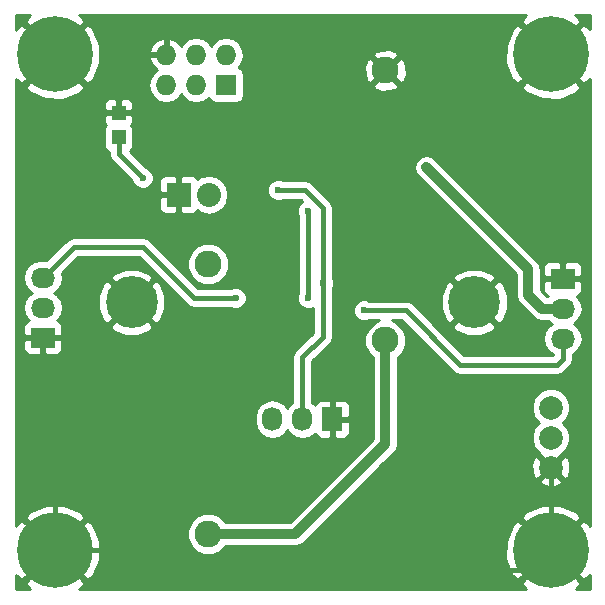
<source format=gbl>
%TF.GenerationSoftware,KiCad,Pcbnew,4.0.1-stable*%
%TF.CreationDate,2016-03-28T17:02:10+01:00*%
%TF.ProjectId,rc_power_sockets,72635F706F7765725F736F636B657473,rev?*%
%TF.FileFunction,Copper,L2,Bot,Signal*%
%FSLAX46Y46*%
G04 Gerber Fmt 4.6, Leading zero omitted, Abs format (unit mm)*
G04 Created by KiCad (PCBNEW 4.0.1-stable) date 28/03/2016 17:02:10*
%MOMM*%
G01*
G04 APERTURE LIST*
%ADD10C,0.100000*%
%ADD11C,2.286000*%
%ADD12C,6.400000*%
%ADD13R,1.727200X2.032000*%
%ADD14O,1.727200X2.032000*%
%ADD15R,2.032000X1.727200*%
%ADD16O,2.032000X1.727200*%
%ADD17C,1.998980*%
%ADD18R,1.727200X1.727200*%
%ADD19O,1.727200X1.727200*%
%ADD20R,1.198880X1.198880*%
%ADD21R,2.032000X2.032000*%
%ADD22O,2.032000X2.032000*%
%ADD23C,4.400000*%
%ADD24C,0.600000*%
%ADD25C,0.406000*%
%ADD26C,0.813000*%
%ADD27C,0.254000*%
G04 APERTURE END LIST*
D10*
D11*
X152000000Y-65380000D03*
X152000000Y-88240000D03*
X137000000Y-104620000D03*
X137000000Y-81760000D03*
D12*
X166000000Y-64000000D03*
D13*
X147500000Y-94900000D03*
D14*
X144960000Y-94900000D03*
X142420000Y-94900000D03*
D15*
X123000000Y-88000000D03*
D16*
X123000000Y-85460000D03*
X123000000Y-82920000D03*
D17*
X166000000Y-96460000D03*
X166000000Y-93920000D03*
X166000000Y-99000000D03*
D18*
X138500000Y-66600000D03*
D19*
X138500000Y-64060000D03*
X135960000Y-66600000D03*
X135960000Y-64060000D03*
X133420000Y-66600000D03*
X133420000Y-64060000D03*
D15*
X167000000Y-83000000D03*
D16*
X167000000Y-85540000D03*
X167000000Y-88080000D03*
D12*
X166000000Y-106000000D03*
X124000000Y-106000000D03*
X124000000Y-64000000D03*
D20*
X129400000Y-71049020D03*
X129400000Y-68950980D03*
D21*
X134500000Y-75900000D03*
D22*
X137040000Y-75900000D03*
D23*
X130500000Y-85000000D03*
X159500000Y-85000000D03*
D24*
X155800000Y-66200000D03*
X155800000Y-67400000D03*
X159600000Y-67400000D03*
X159600000Y-66200000D03*
X157000000Y-67400000D03*
X157000000Y-66200000D03*
X158400000Y-66200000D03*
X158400000Y-67400000D03*
X143013000Y-89589000D03*
X142886000Y-75492000D03*
X146696000Y-83366000D03*
X145426000Y-77270000D03*
X145426000Y-84636000D03*
X139330000Y-84636000D03*
X150200000Y-85700000D03*
X155459000Y-73587000D03*
X131456000Y-74476000D03*
D25*
X155800000Y-66200000D02*
X155800000Y-67400000D01*
X159600000Y-66200000D02*
X159600000Y-67400000D01*
X157000000Y-67400000D02*
X157000000Y-66200000D01*
X158400000Y-66200000D02*
X158400000Y-67400000D01*
X129476000Y-68872980D02*
X129500000Y-62500000D01*
X126800000Y-61200000D02*
X124000000Y-64000000D01*
X128200000Y-61200000D02*
X126800000Y-61200000D01*
X129500000Y-62500000D02*
X128200000Y-61200000D01*
X164620000Y-65380000D02*
X166000000Y-64000000D01*
X167000000Y-83000000D02*
X166900000Y-83000000D01*
X166000000Y-106000000D02*
X166000000Y-99000000D01*
X124000000Y-106000000D02*
X129300000Y-106000000D01*
X131000000Y-107700000D02*
X164300000Y-107700000D01*
X129300000Y-106000000D02*
X131000000Y-107700000D01*
X164300000Y-107700000D02*
X166000000Y-106000000D01*
X124000000Y-106000000D02*
X124000000Y-94000000D01*
X123000000Y-93000000D02*
X123000000Y-88000000D01*
X124000000Y-94000000D02*
X123000000Y-93000000D01*
X147500000Y-94900000D02*
X147500000Y-98800000D01*
X128700000Y-101300000D02*
X124000000Y-106000000D01*
X145000000Y-101300000D02*
X128700000Y-101300000D01*
X147500000Y-98800000D02*
X145000000Y-101300000D01*
X124060000Y-64060000D02*
X124000000Y-64000000D01*
X133420000Y-64060000D02*
X132940000Y-64060000D01*
X146696000Y-83366000D02*
X146696000Y-77016000D01*
X145172000Y-75492000D02*
X142886000Y-75492000D01*
X146696000Y-77016000D02*
X145172000Y-75492000D01*
X144960000Y-89674000D02*
X144960000Y-94900000D01*
X146696000Y-87938000D02*
X144960000Y-89674000D01*
X146696000Y-83366000D02*
X146696000Y-87938000D01*
X145426000Y-84636000D02*
X145426000Y-77270000D01*
X125602000Y-80318000D02*
X123000000Y-82920000D01*
X131456000Y-80318000D02*
X125602000Y-80318000D01*
X135774000Y-84636000D02*
X131456000Y-80318000D01*
X139330000Y-84636000D02*
X135774000Y-84636000D01*
X167000000Y-88080000D02*
X167000000Y-89800000D01*
X153700000Y-85700000D02*
X150200000Y-85700000D01*
X158300000Y-90300000D02*
X153700000Y-85700000D01*
X166500000Y-90300000D02*
X158300000Y-90300000D01*
X167000000Y-89800000D02*
X166500000Y-90300000D01*
X123000000Y-82920000D02*
X123580000Y-82920000D01*
X123080000Y-83000000D02*
X123000000Y-82920000D01*
D26*
X167000000Y-85540000D02*
X165253000Y-85540000D01*
X164095000Y-82223000D02*
X155459000Y-73587000D01*
X164095000Y-84382000D02*
X164095000Y-82223000D01*
X165253000Y-85540000D02*
X164095000Y-84382000D01*
D25*
X129424000Y-72444000D02*
X129400000Y-71049020D01*
X131456000Y-74476000D02*
X129424000Y-72444000D01*
D26*
X137000000Y-104620000D02*
X144380000Y-104620000D01*
X144380000Y-104620000D02*
X152000000Y-97000000D01*
X152000000Y-97000000D02*
X152000000Y-88240000D01*
D27*
G36*
X121849754Y-60734181D02*
X121805640Y-60763657D01*
X121438695Y-61259090D01*
X124000000Y-63820395D01*
X126561305Y-61259090D01*
X126194360Y-60763657D01*
X126067266Y-60710000D01*
X163909271Y-60710000D01*
X163849754Y-60734181D01*
X163805640Y-60763657D01*
X163438695Y-61259090D01*
X166000000Y-63820395D01*
X168561305Y-61259090D01*
X168194360Y-60763657D01*
X168067266Y-60710000D01*
X169290000Y-60710000D01*
X169290000Y-61909271D01*
X169265819Y-61849754D01*
X169236343Y-61805640D01*
X168740910Y-61438695D01*
X166179605Y-64000000D01*
X168740910Y-66561305D01*
X169236343Y-66194360D01*
X169290000Y-66067266D01*
X169290000Y-103909271D01*
X169265819Y-103849754D01*
X169236343Y-103805640D01*
X168740910Y-103438695D01*
X166179605Y-106000000D01*
X168740910Y-108561305D01*
X169236343Y-108194360D01*
X169290000Y-108067266D01*
X169290000Y-109290000D01*
X168090729Y-109290000D01*
X168150246Y-109265819D01*
X168194360Y-109236343D01*
X168561305Y-108740910D01*
X166000000Y-106179605D01*
X163438695Y-108740910D01*
X163805640Y-109236343D01*
X163932734Y-109290000D01*
X126090729Y-109290000D01*
X126150246Y-109265819D01*
X126194360Y-109236343D01*
X126561305Y-108740910D01*
X124000000Y-106179605D01*
X121438695Y-108740910D01*
X121805640Y-109236343D01*
X121932734Y-109290000D01*
X120710000Y-109290000D01*
X120710000Y-108090729D01*
X120734181Y-108150246D01*
X120763657Y-108194360D01*
X121259090Y-108561305D01*
X123820395Y-106000000D01*
X124179605Y-106000000D01*
X126740910Y-108561305D01*
X127236343Y-108194360D01*
X127829736Y-106788829D01*
X127830089Y-106736793D01*
X162159913Y-106736793D01*
X162734181Y-108150246D01*
X162763657Y-108194360D01*
X163259090Y-108561305D01*
X165820395Y-106000000D01*
X163259090Y-103438695D01*
X162763657Y-103805640D01*
X162170264Y-105211171D01*
X162159913Y-106736793D01*
X127830089Y-106736793D01*
X127840087Y-105263207D01*
X127721820Y-104972114D01*
X135221692Y-104972114D01*
X135491806Y-105625840D01*
X135991529Y-106126436D01*
X136644782Y-106397691D01*
X137352114Y-106398308D01*
X138005840Y-106128194D01*
X138473349Y-105661500D01*
X144380000Y-105661500D01*
X144778565Y-105582221D01*
X145116452Y-105356452D01*
X147213813Y-103259090D01*
X163438695Y-103259090D01*
X166000000Y-105820395D01*
X168561305Y-103259090D01*
X168194360Y-102763657D01*
X166788829Y-102170264D01*
X165263207Y-102159913D01*
X163849754Y-102734181D01*
X163805640Y-102763657D01*
X163438695Y-103259090D01*
X147213813Y-103259090D01*
X150320740Y-100152163D01*
X165027443Y-100152163D01*
X165126042Y-100418965D01*
X165735582Y-100645401D01*
X166385377Y-100621341D01*
X166873958Y-100418965D01*
X166972557Y-100152163D01*
X166000000Y-99179605D01*
X165027443Y-100152163D01*
X150320740Y-100152163D01*
X151737321Y-98735582D01*
X164354599Y-98735582D01*
X164378659Y-99385377D01*
X164581035Y-99873958D01*
X164847837Y-99972557D01*
X165820395Y-99000000D01*
X166179605Y-99000000D01*
X167152163Y-99972557D01*
X167418965Y-99873958D01*
X167645401Y-99264418D01*
X167621341Y-98614623D01*
X167418965Y-98126042D01*
X167152163Y-98027443D01*
X166179605Y-99000000D01*
X165820395Y-99000000D01*
X164847837Y-98027443D01*
X164581035Y-98126042D01*
X164354599Y-98735582D01*
X151737321Y-98735582D01*
X152736449Y-97736454D01*
X152736452Y-97736452D01*
X152962221Y-97398565D01*
X153041500Y-97000000D01*
X153041500Y-94243694D01*
X164365226Y-94243694D01*
X164613538Y-94844655D01*
X164958480Y-95190199D01*
X164615154Y-95532927D01*
X164365794Y-96133453D01*
X164365226Y-96783694D01*
X164613538Y-97384655D01*
X165040539Y-97812401D01*
X165027443Y-97847837D01*
X166000000Y-98820395D01*
X166972557Y-97847837D01*
X166959276Y-97811901D01*
X167384846Y-97387073D01*
X167634206Y-96786547D01*
X167634774Y-96136306D01*
X167386462Y-95535345D01*
X167041520Y-95189801D01*
X167384846Y-94847073D01*
X167634206Y-94246547D01*
X167634774Y-93596306D01*
X167386462Y-92995345D01*
X166927073Y-92535154D01*
X166326547Y-92285794D01*
X165676306Y-92285226D01*
X165075345Y-92533538D01*
X164615154Y-92992927D01*
X164365794Y-93593453D01*
X164365226Y-94243694D01*
X153041500Y-94243694D01*
X153041500Y-89712596D01*
X153506436Y-89248471D01*
X153777691Y-88595218D01*
X153778308Y-87887886D01*
X153508194Y-87234160D01*
X153008471Y-86733564D01*
X152537502Y-86538000D01*
X153352890Y-86538000D01*
X157707444Y-90892555D01*
X157979311Y-91074211D01*
X158300000Y-91138000D01*
X166500000Y-91138000D01*
X166820689Y-91074211D01*
X167092555Y-90892555D01*
X167592556Y-90392555D01*
X167701450Y-90229583D01*
X167774211Y-90120689D01*
X167838000Y-89800000D01*
X167838000Y-89411228D01*
X168244415Y-89139670D01*
X168569271Y-88653489D01*
X168683345Y-88080000D01*
X168569271Y-87506511D01*
X168244415Y-87020330D01*
X167929634Y-86810000D01*
X168244415Y-86599670D01*
X168569271Y-86113489D01*
X168683345Y-85540000D01*
X168569271Y-84966511D01*
X168244415Y-84480330D01*
X168222220Y-84465500D01*
X168375699Y-84401927D01*
X168554327Y-84223298D01*
X168651000Y-83989909D01*
X168651000Y-83285750D01*
X168492250Y-83127000D01*
X167127000Y-83127000D01*
X167127000Y-83147000D01*
X166873000Y-83147000D01*
X166873000Y-83127000D01*
X165507750Y-83127000D01*
X165349000Y-83285750D01*
X165349000Y-83989909D01*
X165445673Y-84223298D01*
X165624301Y-84401927D01*
X165777780Y-84465500D01*
X165755585Y-84480330D01*
X165743444Y-84498500D01*
X165684403Y-84498500D01*
X165136500Y-83950596D01*
X165136500Y-82223000D01*
X165094151Y-82010091D01*
X165349000Y-82010091D01*
X165349000Y-82714250D01*
X165507750Y-82873000D01*
X166873000Y-82873000D01*
X166873000Y-81660150D01*
X167127000Y-81660150D01*
X167127000Y-82873000D01*
X168492250Y-82873000D01*
X168651000Y-82714250D01*
X168651000Y-82010091D01*
X168554327Y-81776702D01*
X168375699Y-81598073D01*
X168142310Y-81501400D01*
X167285750Y-81501400D01*
X167127000Y-81660150D01*
X166873000Y-81660150D01*
X166714250Y-81501400D01*
X165857690Y-81501400D01*
X165624301Y-81598073D01*
X165445673Y-81776702D01*
X165349000Y-82010091D01*
X165094151Y-82010091D01*
X165057221Y-81824435D01*
X164831452Y-81486548D01*
X164831449Y-81486546D01*
X156195452Y-72850548D01*
X155857565Y-72624779D01*
X155459000Y-72545500D01*
X155060435Y-72624779D01*
X154722548Y-72850548D01*
X154496779Y-73188435D01*
X154417500Y-73587000D01*
X154496779Y-73985565D01*
X154722548Y-74323452D01*
X163053500Y-82654403D01*
X163053500Y-84382000D01*
X163132779Y-84780565D01*
X163358548Y-85118452D01*
X164516546Y-86276449D01*
X164516548Y-86276452D01*
X164854435Y-86502221D01*
X165253000Y-86581500D01*
X165743444Y-86581500D01*
X165755585Y-86599670D01*
X166070366Y-86810000D01*
X165755585Y-87020330D01*
X165430729Y-87506511D01*
X165316655Y-88080000D01*
X165430729Y-88653489D01*
X165755585Y-89139670D01*
X166162000Y-89411228D01*
X166162000Y-89452889D01*
X166152890Y-89462000D01*
X158647111Y-89462000D01*
X156204493Y-87019382D01*
X157660223Y-87019382D01*
X157905368Y-87410888D01*
X158949360Y-87837609D01*
X160077181Y-87832330D01*
X161094632Y-87410888D01*
X161339777Y-87019382D01*
X159500000Y-85179605D01*
X157660223Y-87019382D01*
X156204493Y-87019382D01*
X154292555Y-85107445D01*
X154020689Y-84925789D01*
X153700000Y-84862000D01*
X150620010Y-84862000D01*
X150386799Y-84765162D01*
X150014833Y-84764838D01*
X149671057Y-84906883D01*
X149407808Y-85169673D01*
X149265162Y-85513201D01*
X149264838Y-85885167D01*
X149406883Y-86228943D01*
X149669673Y-86492192D01*
X150013201Y-86634838D01*
X150385167Y-86635162D01*
X150620318Y-86538000D01*
X151463206Y-86538000D01*
X150994160Y-86731806D01*
X150493564Y-87231529D01*
X150222309Y-87884782D01*
X150221692Y-88592114D01*
X150491806Y-89245840D01*
X150958500Y-89713349D01*
X150958500Y-96568597D01*
X143948596Y-103578500D01*
X138472596Y-103578500D01*
X138008471Y-103113564D01*
X137355218Y-102842309D01*
X136647886Y-102841692D01*
X135994160Y-103111806D01*
X135493564Y-103611529D01*
X135222309Y-104264782D01*
X135221692Y-104972114D01*
X127721820Y-104972114D01*
X127265819Y-103849754D01*
X127236343Y-103805640D01*
X126740910Y-103438695D01*
X124179605Y-106000000D01*
X123820395Y-106000000D01*
X121259090Y-103438695D01*
X120763657Y-103805640D01*
X120710000Y-103932734D01*
X120710000Y-103259090D01*
X121438695Y-103259090D01*
X124000000Y-105820395D01*
X126561305Y-103259090D01*
X126194360Y-102763657D01*
X124788829Y-102170264D01*
X123263207Y-102159913D01*
X121849754Y-102734181D01*
X121805640Y-102763657D01*
X121438695Y-103259090D01*
X120710000Y-103259090D01*
X120710000Y-94715255D01*
X140921400Y-94715255D01*
X140921400Y-95084745D01*
X141035474Y-95658234D01*
X141360330Y-96144415D01*
X141846511Y-96469271D01*
X142420000Y-96583345D01*
X142993489Y-96469271D01*
X143479670Y-96144415D01*
X143690000Y-95829634D01*
X143900330Y-96144415D01*
X144386511Y-96469271D01*
X144960000Y-96583345D01*
X145533489Y-96469271D01*
X146019670Y-96144415D01*
X146034500Y-96122220D01*
X146098073Y-96275699D01*
X146276702Y-96454327D01*
X146510091Y-96551000D01*
X147214250Y-96551000D01*
X147373000Y-96392250D01*
X147373000Y-95027000D01*
X147627000Y-95027000D01*
X147627000Y-96392250D01*
X147785750Y-96551000D01*
X148489909Y-96551000D01*
X148723298Y-96454327D01*
X148901927Y-96275699D01*
X148998600Y-96042310D01*
X148998600Y-95185750D01*
X148839850Y-95027000D01*
X147627000Y-95027000D01*
X147373000Y-95027000D01*
X147353000Y-95027000D01*
X147353000Y-94773000D01*
X147373000Y-94773000D01*
X147373000Y-93407750D01*
X147627000Y-93407750D01*
X147627000Y-94773000D01*
X148839850Y-94773000D01*
X148998600Y-94614250D01*
X148998600Y-93757690D01*
X148901927Y-93524301D01*
X148723298Y-93345673D01*
X148489909Y-93249000D01*
X147785750Y-93249000D01*
X147627000Y-93407750D01*
X147373000Y-93407750D01*
X147214250Y-93249000D01*
X146510091Y-93249000D01*
X146276702Y-93345673D01*
X146098073Y-93524301D01*
X146034500Y-93677780D01*
X146019670Y-93655585D01*
X145798000Y-93507470D01*
X145798000Y-90021110D01*
X147288556Y-88530555D01*
X147452129Y-88285750D01*
X147470211Y-88258689D01*
X147534000Y-87938000D01*
X147534000Y-84449360D01*
X156662391Y-84449360D01*
X156667670Y-85577181D01*
X157089112Y-86594632D01*
X157480618Y-86839777D01*
X159320395Y-85000000D01*
X159679605Y-85000000D01*
X161519382Y-86839777D01*
X161910888Y-86594632D01*
X162337609Y-85550640D01*
X162332330Y-84422819D01*
X161910888Y-83405368D01*
X161519382Y-83160223D01*
X159679605Y-85000000D01*
X159320395Y-85000000D01*
X157480618Y-83160223D01*
X157089112Y-83405368D01*
X156662391Y-84449360D01*
X147534000Y-84449360D01*
X147534000Y-83786010D01*
X147630838Y-83552799D01*
X147631162Y-83180833D01*
X147548436Y-82980618D01*
X157660223Y-82980618D01*
X159500000Y-84820395D01*
X161339777Y-82980618D01*
X161094632Y-82589112D01*
X160050640Y-82162391D01*
X158922819Y-82167670D01*
X157905368Y-82589112D01*
X157660223Y-82980618D01*
X147548436Y-82980618D01*
X147534000Y-82945682D01*
X147534000Y-77016000D01*
X147470211Y-76695311D01*
X147336894Y-76495789D01*
X147288555Y-76423444D01*
X145764555Y-74899445D01*
X145492689Y-74717789D01*
X145172000Y-74654000D01*
X143306010Y-74654000D01*
X143072799Y-74557162D01*
X142700833Y-74556838D01*
X142357057Y-74698883D01*
X142093808Y-74961673D01*
X141951162Y-75305201D01*
X141950838Y-75677167D01*
X142092883Y-76020943D01*
X142355673Y-76284192D01*
X142699201Y-76426838D01*
X143071167Y-76427162D01*
X143306318Y-76330000D01*
X144824890Y-76330000D01*
X144949927Y-76455038D01*
X144897057Y-76476883D01*
X144633808Y-76739673D01*
X144491162Y-77083201D01*
X144490838Y-77455167D01*
X144588000Y-77690318D01*
X144588000Y-84215990D01*
X144491162Y-84449201D01*
X144490838Y-84821167D01*
X144632883Y-85164943D01*
X144895673Y-85428192D01*
X145239201Y-85570838D01*
X145611167Y-85571162D01*
X145858000Y-85469173D01*
X145858000Y-87590889D01*
X144367445Y-89081445D01*
X144185789Y-89353311D01*
X144122000Y-89674000D01*
X144122000Y-93507470D01*
X143900330Y-93655585D01*
X143690000Y-93970366D01*
X143479670Y-93655585D01*
X142993489Y-93330729D01*
X142420000Y-93216655D01*
X141846511Y-93330729D01*
X141360330Y-93655585D01*
X141035474Y-94141766D01*
X140921400Y-94715255D01*
X120710000Y-94715255D01*
X120710000Y-88285750D01*
X121349000Y-88285750D01*
X121349000Y-88989909D01*
X121445673Y-89223298D01*
X121624301Y-89401927D01*
X121857690Y-89498600D01*
X122714250Y-89498600D01*
X122873000Y-89339850D01*
X122873000Y-88127000D01*
X123127000Y-88127000D01*
X123127000Y-89339850D01*
X123285750Y-89498600D01*
X124142310Y-89498600D01*
X124375699Y-89401927D01*
X124554327Y-89223298D01*
X124651000Y-88989909D01*
X124651000Y-88285750D01*
X124492250Y-88127000D01*
X123127000Y-88127000D01*
X122873000Y-88127000D01*
X121507750Y-88127000D01*
X121349000Y-88285750D01*
X120710000Y-88285750D01*
X120710000Y-82920000D01*
X121316655Y-82920000D01*
X121430729Y-83493489D01*
X121755585Y-83979670D01*
X122070366Y-84190000D01*
X121755585Y-84400330D01*
X121430729Y-84886511D01*
X121316655Y-85460000D01*
X121430729Y-86033489D01*
X121755585Y-86519670D01*
X121777780Y-86534500D01*
X121624301Y-86598073D01*
X121445673Y-86776702D01*
X121349000Y-87010091D01*
X121349000Y-87714250D01*
X121507750Y-87873000D01*
X122873000Y-87873000D01*
X122873000Y-87853000D01*
X123127000Y-87853000D01*
X123127000Y-87873000D01*
X124492250Y-87873000D01*
X124651000Y-87714250D01*
X124651000Y-87019382D01*
X128660223Y-87019382D01*
X128905368Y-87410888D01*
X129949360Y-87837609D01*
X131077181Y-87832330D01*
X132094632Y-87410888D01*
X132339777Y-87019382D01*
X130500000Y-85179605D01*
X128660223Y-87019382D01*
X124651000Y-87019382D01*
X124651000Y-87010091D01*
X124554327Y-86776702D01*
X124375699Y-86598073D01*
X124222220Y-86534500D01*
X124244415Y-86519670D01*
X124569271Y-86033489D01*
X124683345Y-85460000D01*
X124569271Y-84886511D01*
X124277176Y-84449360D01*
X127662391Y-84449360D01*
X127667670Y-85577181D01*
X128089112Y-86594632D01*
X128480618Y-86839777D01*
X130320395Y-85000000D01*
X130679605Y-85000000D01*
X132519382Y-86839777D01*
X132910888Y-86594632D01*
X133337609Y-85550640D01*
X133332330Y-84422819D01*
X132910888Y-83405368D01*
X132519382Y-83160223D01*
X130679605Y-85000000D01*
X130320395Y-85000000D01*
X128480618Y-83160223D01*
X128089112Y-83405368D01*
X127662391Y-84449360D01*
X124277176Y-84449360D01*
X124244415Y-84400330D01*
X123929634Y-84190000D01*
X124244415Y-83979670D01*
X124569271Y-83493489D01*
X124671287Y-82980618D01*
X128660223Y-82980618D01*
X130500000Y-84820395D01*
X132339777Y-82980618D01*
X132094632Y-82589112D01*
X131050640Y-82162391D01*
X129922819Y-82167670D01*
X128905368Y-82589112D01*
X128660223Y-82980618D01*
X124671287Y-82980618D01*
X124683345Y-82920000D01*
X124600683Y-82504428D01*
X125949111Y-81156000D01*
X131108890Y-81156000D01*
X135181444Y-85228555D01*
X135453311Y-85410211D01*
X135774000Y-85474000D01*
X138909990Y-85474000D01*
X139143201Y-85570838D01*
X139515167Y-85571162D01*
X139858943Y-85429117D01*
X140122192Y-85166327D01*
X140264838Y-84822799D01*
X140265162Y-84450833D01*
X140123117Y-84107057D01*
X139860327Y-83843808D01*
X139516799Y-83701162D01*
X139144833Y-83700838D01*
X138909682Y-83798000D01*
X136121111Y-83798000D01*
X134435225Y-82112114D01*
X135221692Y-82112114D01*
X135491806Y-82765840D01*
X135991529Y-83266436D01*
X136644782Y-83537691D01*
X137352114Y-83538308D01*
X138005840Y-83268194D01*
X138506436Y-82768471D01*
X138777691Y-82115218D01*
X138778308Y-81407886D01*
X138508194Y-80754160D01*
X138008471Y-80253564D01*
X137355218Y-79982309D01*
X136647886Y-79981692D01*
X135994160Y-80251806D01*
X135493564Y-80751529D01*
X135222309Y-81404782D01*
X135221692Y-82112114D01*
X134435225Y-82112114D01*
X132048555Y-79725445D01*
X132048554Y-79725444D01*
X131776689Y-79543789D01*
X131456000Y-79480000D01*
X125602000Y-79480000D01*
X125281311Y-79543789D01*
X125172417Y-79616550D01*
X125009445Y-79725444D01*
X123292130Y-81442760D01*
X123184745Y-81421400D01*
X122815255Y-81421400D01*
X122241766Y-81535474D01*
X121755585Y-81860330D01*
X121430729Y-82346511D01*
X121316655Y-82920000D01*
X120710000Y-82920000D01*
X120710000Y-76185750D01*
X132849000Y-76185750D01*
X132849000Y-77042309D01*
X132945673Y-77275698D01*
X133124301Y-77454327D01*
X133357690Y-77551000D01*
X134214250Y-77551000D01*
X134373000Y-77392250D01*
X134373000Y-76027000D01*
X133007750Y-76027000D01*
X132849000Y-76185750D01*
X120710000Y-76185750D01*
X120710000Y-70449580D01*
X128153120Y-70449580D01*
X128153120Y-71648460D01*
X128197398Y-71883777D01*
X128336470Y-72099901D01*
X128548670Y-72244891D01*
X128582569Y-72251756D01*
X128586124Y-72458415D01*
X128619280Y-72611307D01*
X128649789Y-72764688D01*
X128653865Y-72770788D01*
X128655420Y-72777959D01*
X128744544Y-72906498D01*
X128831445Y-73036555D01*
X130566453Y-74771564D01*
X130662883Y-75004943D01*
X130925673Y-75268192D01*
X131269201Y-75410838D01*
X131641167Y-75411162D01*
X131984943Y-75269117D01*
X132248192Y-75006327D01*
X132351435Y-74757691D01*
X132849000Y-74757691D01*
X132849000Y-75614250D01*
X133007750Y-75773000D01*
X134373000Y-75773000D01*
X134373000Y-74407750D01*
X134627000Y-74407750D01*
X134627000Y-75773000D01*
X134647000Y-75773000D01*
X134647000Y-76027000D01*
X134627000Y-76027000D01*
X134627000Y-77392250D01*
X134785750Y-77551000D01*
X135642310Y-77551000D01*
X135875699Y-77454327D01*
X136054327Y-77275698D01*
X136071999Y-77233034D01*
X136408190Y-77457670D01*
X137040000Y-77583345D01*
X137671810Y-77457670D01*
X138207433Y-77099778D01*
X138565325Y-76564155D01*
X138691000Y-75932345D01*
X138691000Y-75867655D01*
X138565325Y-75235845D01*
X138207433Y-74700222D01*
X137671810Y-74342330D01*
X137040000Y-74216655D01*
X136408190Y-74342330D01*
X136071999Y-74566966D01*
X136054327Y-74524302D01*
X135875699Y-74345673D01*
X135642310Y-74249000D01*
X134785750Y-74249000D01*
X134627000Y-74407750D01*
X134373000Y-74407750D01*
X134214250Y-74249000D01*
X133357690Y-74249000D01*
X133124301Y-74345673D01*
X132945673Y-74524302D01*
X132849000Y-74757691D01*
X132351435Y-74757691D01*
X132390838Y-74662799D01*
X132391162Y-74290833D01*
X132249117Y-73947057D01*
X131986327Y-73683808D01*
X131751346Y-73586235D01*
X130345482Y-72180372D01*
X130450881Y-72112550D01*
X130595871Y-71900350D01*
X130646880Y-71648460D01*
X130646880Y-70449580D01*
X130602602Y-70214263D01*
X130463530Y-69998139D01*
X130455341Y-69992544D01*
X130537767Y-69910118D01*
X130634440Y-69676729D01*
X130634440Y-69236730D01*
X130475690Y-69077980D01*
X129527000Y-69077980D01*
X129527000Y-69097980D01*
X129273000Y-69097980D01*
X129273000Y-69077980D01*
X128324310Y-69077980D01*
X128165560Y-69236730D01*
X128165560Y-69676729D01*
X128262233Y-69910118D01*
X128344445Y-69992331D01*
X128204129Y-70197690D01*
X128153120Y-70449580D01*
X120710000Y-70449580D01*
X120710000Y-68225231D01*
X128165560Y-68225231D01*
X128165560Y-68665230D01*
X128324310Y-68823980D01*
X129273000Y-68823980D01*
X129273000Y-67875290D01*
X129527000Y-67875290D01*
X129527000Y-68823980D01*
X130475690Y-68823980D01*
X130634440Y-68665230D01*
X130634440Y-68225231D01*
X130537767Y-67991842D01*
X130359139Y-67813213D01*
X130125750Y-67716540D01*
X129685750Y-67716540D01*
X129527000Y-67875290D01*
X129273000Y-67875290D01*
X129114250Y-67716540D01*
X128674250Y-67716540D01*
X128440861Y-67813213D01*
X128262233Y-67991842D01*
X128165560Y-68225231D01*
X120710000Y-68225231D01*
X120710000Y-66740910D01*
X121438695Y-66740910D01*
X121805640Y-67236343D01*
X123211171Y-67829736D01*
X124736793Y-67840087D01*
X126150246Y-67265819D01*
X126194360Y-67236343D01*
X126561305Y-66740910D01*
X126391036Y-66570641D01*
X131921400Y-66570641D01*
X131921400Y-66629359D01*
X132035474Y-67202848D01*
X132360330Y-67689029D01*
X132846511Y-68013885D01*
X133420000Y-68127959D01*
X133993489Y-68013885D01*
X134479670Y-67689029D01*
X134690000Y-67374248D01*
X134900330Y-67689029D01*
X135386511Y-68013885D01*
X135960000Y-68127959D01*
X136533489Y-68013885D01*
X137019670Y-67689029D01*
X137028805Y-67675358D01*
X137033238Y-67698917D01*
X137172310Y-67915041D01*
X137384510Y-68060031D01*
X137636400Y-68111040D01*
X139363600Y-68111040D01*
X139598917Y-68066762D01*
X139815041Y-67927690D01*
X139960031Y-67715490D01*
X140011040Y-67463600D01*
X140011040Y-66635963D01*
X150923642Y-66635963D01*
X151039806Y-66917658D01*
X151701333Y-67168062D01*
X152408329Y-67146249D01*
X152960194Y-66917658D01*
X153033080Y-66740910D01*
X163438695Y-66740910D01*
X163805640Y-67236343D01*
X165211171Y-67829736D01*
X166736793Y-67840087D01*
X168150246Y-67265819D01*
X168194360Y-67236343D01*
X168561305Y-66740910D01*
X166000000Y-64179605D01*
X163438695Y-66740910D01*
X153033080Y-66740910D01*
X153076358Y-66635963D01*
X152000000Y-65559605D01*
X150923642Y-66635963D01*
X140011040Y-66635963D01*
X140011040Y-65736400D01*
X139966762Y-65501083D01*
X139827690Y-65284959D01*
X139615490Y-65139969D01*
X139571655Y-65131092D01*
X139604902Y-65081333D01*
X150211938Y-65081333D01*
X150233751Y-65788329D01*
X150462342Y-66340194D01*
X150744037Y-66456358D01*
X151820395Y-65380000D01*
X152179605Y-65380000D01*
X153255963Y-66456358D01*
X153537658Y-66340194D01*
X153788062Y-65678667D01*
X153766249Y-64971671D01*
X153668959Y-64736793D01*
X162159913Y-64736793D01*
X162734181Y-66150246D01*
X162763657Y-66194360D01*
X163259090Y-66561305D01*
X165820395Y-64000000D01*
X163259090Y-61438695D01*
X162763657Y-61805640D01*
X162170264Y-63211171D01*
X162159913Y-64736793D01*
X153668959Y-64736793D01*
X153537658Y-64419806D01*
X153255963Y-64303642D01*
X152179605Y-65380000D01*
X151820395Y-65380000D01*
X150744037Y-64303642D01*
X150462342Y-64419806D01*
X150211938Y-65081333D01*
X139604902Y-65081333D01*
X139884526Y-64662848D01*
X139991702Y-64124037D01*
X150923642Y-64124037D01*
X152000000Y-65200395D01*
X153076358Y-64124037D01*
X152960194Y-63842342D01*
X152298667Y-63591938D01*
X151591671Y-63613751D01*
X151039806Y-63842342D01*
X150923642Y-64124037D01*
X139991702Y-64124037D01*
X139998600Y-64089359D01*
X139998600Y-64030641D01*
X139884526Y-63457152D01*
X139559670Y-62970971D01*
X139073489Y-62646115D01*
X138500000Y-62532041D01*
X137926511Y-62646115D01*
X137440330Y-62970971D01*
X137230000Y-63285752D01*
X137019670Y-62970971D01*
X136533489Y-62646115D01*
X135960000Y-62532041D01*
X135386511Y-62646115D01*
X134900330Y-62970971D01*
X134684336Y-63294228D01*
X134626821Y-63171510D01*
X134194947Y-62777312D01*
X133779026Y-62605042D01*
X133547000Y-62726183D01*
X133547000Y-63933000D01*
X133567000Y-63933000D01*
X133567000Y-64187000D01*
X133547000Y-64187000D01*
X133547000Y-64207000D01*
X133293000Y-64207000D01*
X133293000Y-64187000D01*
X132085531Y-64187000D01*
X131965032Y-64419027D01*
X132213179Y-64948490D01*
X132631161Y-65330008D01*
X132360330Y-65510971D01*
X132035474Y-65997152D01*
X131921400Y-66570641D01*
X126391036Y-66570641D01*
X124000000Y-64179605D01*
X121438695Y-66740910D01*
X120710000Y-66740910D01*
X120710000Y-66090729D01*
X120734181Y-66150246D01*
X120763657Y-66194360D01*
X121259090Y-66561305D01*
X123820395Y-64000000D01*
X124179605Y-64000000D01*
X126740910Y-66561305D01*
X127236343Y-66194360D01*
X127829736Y-64788829D01*
X127837116Y-63700973D01*
X131965032Y-63700973D01*
X132085531Y-63933000D01*
X133293000Y-63933000D01*
X133293000Y-62726183D01*
X133060974Y-62605042D01*
X132645053Y-62777312D01*
X132213179Y-63171510D01*
X131965032Y-63700973D01*
X127837116Y-63700973D01*
X127840087Y-63263207D01*
X127265819Y-61849754D01*
X127236343Y-61805640D01*
X126740910Y-61438695D01*
X124179605Y-64000000D01*
X123820395Y-64000000D01*
X121259090Y-61438695D01*
X120763657Y-61805640D01*
X120710000Y-61932734D01*
X120710000Y-60710000D01*
X121909271Y-60710000D01*
X121849754Y-60734181D01*
X121849754Y-60734181D01*
G37*
X121849754Y-60734181D02*
X121805640Y-60763657D01*
X121438695Y-61259090D01*
X124000000Y-63820395D01*
X126561305Y-61259090D01*
X126194360Y-60763657D01*
X126067266Y-60710000D01*
X163909271Y-60710000D01*
X163849754Y-60734181D01*
X163805640Y-60763657D01*
X163438695Y-61259090D01*
X166000000Y-63820395D01*
X168561305Y-61259090D01*
X168194360Y-60763657D01*
X168067266Y-60710000D01*
X169290000Y-60710000D01*
X169290000Y-61909271D01*
X169265819Y-61849754D01*
X169236343Y-61805640D01*
X168740910Y-61438695D01*
X166179605Y-64000000D01*
X168740910Y-66561305D01*
X169236343Y-66194360D01*
X169290000Y-66067266D01*
X169290000Y-103909271D01*
X169265819Y-103849754D01*
X169236343Y-103805640D01*
X168740910Y-103438695D01*
X166179605Y-106000000D01*
X168740910Y-108561305D01*
X169236343Y-108194360D01*
X169290000Y-108067266D01*
X169290000Y-109290000D01*
X168090729Y-109290000D01*
X168150246Y-109265819D01*
X168194360Y-109236343D01*
X168561305Y-108740910D01*
X166000000Y-106179605D01*
X163438695Y-108740910D01*
X163805640Y-109236343D01*
X163932734Y-109290000D01*
X126090729Y-109290000D01*
X126150246Y-109265819D01*
X126194360Y-109236343D01*
X126561305Y-108740910D01*
X124000000Y-106179605D01*
X121438695Y-108740910D01*
X121805640Y-109236343D01*
X121932734Y-109290000D01*
X120710000Y-109290000D01*
X120710000Y-108090729D01*
X120734181Y-108150246D01*
X120763657Y-108194360D01*
X121259090Y-108561305D01*
X123820395Y-106000000D01*
X124179605Y-106000000D01*
X126740910Y-108561305D01*
X127236343Y-108194360D01*
X127829736Y-106788829D01*
X127830089Y-106736793D01*
X162159913Y-106736793D01*
X162734181Y-108150246D01*
X162763657Y-108194360D01*
X163259090Y-108561305D01*
X165820395Y-106000000D01*
X163259090Y-103438695D01*
X162763657Y-103805640D01*
X162170264Y-105211171D01*
X162159913Y-106736793D01*
X127830089Y-106736793D01*
X127840087Y-105263207D01*
X127721820Y-104972114D01*
X135221692Y-104972114D01*
X135491806Y-105625840D01*
X135991529Y-106126436D01*
X136644782Y-106397691D01*
X137352114Y-106398308D01*
X138005840Y-106128194D01*
X138473349Y-105661500D01*
X144380000Y-105661500D01*
X144778565Y-105582221D01*
X145116452Y-105356452D01*
X147213813Y-103259090D01*
X163438695Y-103259090D01*
X166000000Y-105820395D01*
X168561305Y-103259090D01*
X168194360Y-102763657D01*
X166788829Y-102170264D01*
X165263207Y-102159913D01*
X163849754Y-102734181D01*
X163805640Y-102763657D01*
X163438695Y-103259090D01*
X147213813Y-103259090D01*
X150320740Y-100152163D01*
X165027443Y-100152163D01*
X165126042Y-100418965D01*
X165735582Y-100645401D01*
X166385377Y-100621341D01*
X166873958Y-100418965D01*
X166972557Y-100152163D01*
X166000000Y-99179605D01*
X165027443Y-100152163D01*
X150320740Y-100152163D01*
X151737321Y-98735582D01*
X164354599Y-98735582D01*
X164378659Y-99385377D01*
X164581035Y-99873958D01*
X164847837Y-99972557D01*
X165820395Y-99000000D01*
X166179605Y-99000000D01*
X167152163Y-99972557D01*
X167418965Y-99873958D01*
X167645401Y-99264418D01*
X167621341Y-98614623D01*
X167418965Y-98126042D01*
X167152163Y-98027443D01*
X166179605Y-99000000D01*
X165820395Y-99000000D01*
X164847837Y-98027443D01*
X164581035Y-98126042D01*
X164354599Y-98735582D01*
X151737321Y-98735582D01*
X152736449Y-97736454D01*
X152736452Y-97736452D01*
X152962221Y-97398565D01*
X153041500Y-97000000D01*
X153041500Y-94243694D01*
X164365226Y-94243694D01*
X164613538Y-94844655D01*
X164958480Y-95190199D01*
X164615154Y-95532927D01*
X164365794Y-96133453D01*
X164365226Y-96783694D01*
X164613538Y-97384655D01*
X165040539Y-97812401D01*
X165027443Y-97847837D01*
X166000000Y-98820395D01*
X166972557Y-97847837D01*
X166959276Y-97811901D01*
X167384846Y-97387073D01*
X167634206Y-96786547D01*
X167634774Y-96136306D01*
X167386462Y-95535345D01*
X167041520Y-95189801D01*
X167384846Y-94847073D01*
X167634206Y-94246547D01*
X167634774Y-93596306D01*
X167386462Y-92995345D01*
X166927073Y-92535154D01*
X166326547Y-92285794D01*
X165676306Y-92285226D01*
X165075345Y-92533538D01*
X164615154Y-92992927D01*
X164365794Y-93593453D01*
X164365226Y-94243694D01*
X153041500Y-94243694D01*
X153041500Y-89712596D01*
X153506436Y-89248471D01*
X153777691Y-88595218D01*
X153778308Y-87887886D01*
X153508194Y-87234160D01*
X153008471Y-86733564D01*
X152537502Y-86538000D01*
X153352890Y-86538000D01*
X157707444Y-90892555D01*
X157979311Y-91074211D01*
X158300000Y-91138000D01*
X166500000Y-91138000D01*
X166820689Y-91074211D01*
X167092555Y-90892555D01*
X167592556Y-90392555D01*
X167701450Y-90229583D01*
X167774211Y-90120689D01*
X167838000Y-89800000D01*
X167838000Y-89411228D01*
X168244415Y-89139670D01*
X168569271Y-88653489D01*
X168683345Y-88080000D01*
X168569271Y-87506511D01*
X168244415Y-87020330D01*
X167929634Y-86810000D01*
X168244415Y-86599670D01*
X168569271Y-86113489D01*
X168683345Y-85540000D01*
X168569271Y-84966511D01*
X168244415Y-84480330D01*
X168222220Y-84465500D01*
X168375699Y-84401927D01*
X168554327Y-84223298D01*
X168651000Y-83989909D01*
X168651000Y-83285750D01*
X168492250Y-83127000D01*
X167127000Y-83127000D01*
X167127000Y-83147000D01*
X166873000Y-83147000D01*
X166873000Y-83127000D01*
X165507750Y-83127000D01*
X165349000Y-83285750D01*
X165349000Y-83989909D01*
X165445673Y-84223298D01*
X165624301Y-84401927D01*
X165777780Y-84465500D01*
X165755585Y-84480330D01*
X165743444Y-84498500D01*
X165684403Y-84498500D01*
X165136500Y-83950596D01*
X165136500Y-82223000D01*
X165094151Y-82010091D01*
X165349000Y-82010091D01*
X165349000Y-82714250D01*
X165507750Y-82873000D01*
X166873000Y-82873000D01*
X166873000Y-81660150D01*
X167127000Y-81660150D01*
X167127000Y-82873000D01*
X168492250Y-82873000D01*
X168651000Y-82714250D01*
X168651000Y-82010091D01*
X168554327Y-81776702D01*
X168375699Y-81598073D01*
X168142310Y-81501400D01*
X167285750Y-81501400D01*
X167127000Y-81660150D01*
X166873000Y-81660150D01*
X166714250Y-81501400D01*
X165857690Y-81501400D01*
X165624301Y-81598073D01*
X165445673Y-81776702D01*
X165349000Y-82010091D01*
X165094151Y-82010091D01*
X165057221Y-81824435D01*
X164831452Y-81486548D01*
X164831449Y-81486546D01*
X156195452Y-72850548D01*
X155857565Y-72624779D01*
X155459000Y-72545500D01*
X155060435Y-72624779D01*
X154722548Y-72850548D01*
X154496779Y-73188435D01*
X154417500Y-73587000D01*
X154496779Y-73985565D01*
X154722548Y-74323452D01*
X163053500Y-82654403D01*
X163053500Y-84382000D01*
X163132779Y-84780565D01*
X163358548Y-85118452D01*
X164516546Y-86276449D01*
X164516548Y-86276452D01*
X164854435Y-86502221D01*
X165253000Y-86581500D01*
X165743444Y-86581500D01*
X165755585Y-86599670D01*
X166070366Y-86810000D01*
X165755585Y-87020330D01*
X165430729Y-87506511D01*
X165316655Y-88080000D01*
X165430729Y-88653489D01*
X165755585Y-89139670D01*
X166162000Y-89411228D01*
X166162000Y-89452889D01*
X166152890Y-89462000D01*
X158647111Y-89462000D01*
X156204493Y-87019382D01*
X157660223Y-87019382D01*
X157905368Y-87410888D01*
X158949360Y-87837609D01*
X160077181Y-87832330D01*
X161094632Y-87410888D01*
X161339777Y-87019382D01*
X159500000Y-85179605D01*
X157660223Y-87019382D01*
X156204493Y-87019382D01*
X154292555Y-85107445D01*
X154020689Y-84925789D01*
X153700000Y-84862000D01*
X150620010Y-84862000D01*
X150386799Y-84765162D01*
X150014833Y-84764838D01*
X149671057Y-84906883D01*
X149407808Y-85169673D01*
X149265162Y-85513201D01*
X149264838Y-85885167D01*
X149406883Y-86228943D01*
X149669673Y-86492192D01*
X150013201Y-86634838D01*
X150385167Y-86635162D01*
X150620318Y-86538000D01*
X151463206Y-86538000D01*
X150994160Y-86731806D01*
X150493564Y-87231529D01*
X150222309Y-87884782D01*
X150221692Y-88592114D01*
X150491806Y-89245840D01*
X150958500Y-89713349D01*
X150958500Y-96568597D01*
X143948596Y-103578500D01*
X138472596Y-103578500D01*
X138008471Y-103113564D01*
X137355218Y-102842309D01*
X136647886Y-102841692D01*
X135994160Y-103111806D01*
X135493564Y-103611529D01*
X135222309Y-104264782D01*
X135221692Y-104972114D01*
X127721820Y-104972114D01*
X127265819Y-103849754D01*
X127236343Y-103805640D01*
X126740910Y-103438695D01*
X124179605Y-106000000D01*
X123820395Y-106000000D01*
X121259090Y-103438695D01*
X120763657Y-103805640D01*
X120710000Y-103932734D01*
X120710000Y-103259090D01*
X121438695Y-103259090D01*
X124000000Y-105820395D01*
X126561305Y-103259090D01*
X126194360Y-102763657D01*
X124788829Y-102170264D01*
X123263207Y-102159913D01*
X121849754Y-102734181D01*
X121805640Y-102763657D01*
X121438695Y-103259090D01*
X120710000Y-103259090D01*
X120710000Y-94715255D01*
X140921400Y-94715255D01*
X140921400Y-95084745D01*
X141035474Y-95658234D01*
X141360330Y-96144415D01*
X141846511Y-96469271D01*
X142420000Y-96583345D01*
X142993489Y-96469271D01*
X143479670Y-96144415D01*
X143690000Y-95829634D01*
X143900330Y-96144415D01*
X144386511Y-96469271D01*
X144960000Y-96583345D01*
X145533489Y-96469271D01*
X146019670Y-96144415D01*
X146034500Y-96122220D01*
X146098073Y-96275699D01*
X146276702Y-96454327D01*
X146510091Y-96551000D01*
X147214250Y-96551000D01*
X147373000Y-96392250D01*
X147373000Y-95027000D01*
X147627000Y-95027000D01*
X147627000Y-96392250D01*
X147785750Y-96551000D01*
X148489909Y-96551000D01*
X148723298Y-96454327D01*
X148901927Y-96275699D01*
X148998600Y-96042310D01*
X148998600Y-95185750D01*
X148839850Y-95027000D01*
X147627000Y-95027000D01*
X147373000Y-95027000D01*
X147353000Y-95027000D01*
X147353000Y-94773000D01*
X147373000Y-94773000D01*
X147373000Y-93407750D01*
X147627000Y-93407750D01*
X147627000Y-94773000D01*
X148839850Y-94773000D01*
X148998600Y-94614250D01*
X148998600Y-93757690D01*
X148901927Y-93524301D01*
X148723298Y-93345673D01*
X148489909Y-93249000D01*
X147785750Y-93249000D01*
X147627000Y-93407750D01*
X147373000Y-93407750D01*
X147214250Y-93249000D01*
X146510091Y-93249000D01*
X146276702Y-93345673D01*
X146098073Y-93524301D01*
X146034500Y-93677780D01*
X146019670Y-93655585D01*
X145798000Y-93507470D01*
X145798000Y-90021110D01*
X147288556Y-88530555D01*
X147452129Y-88285750D01*
X147470211Y-88258689D01*
X147534000Y-87938000D01*
X147534000Y-84449360D01*
X156662391Y-84449360D01*
X156667670Y-85577181D01*
X157089112Y-86594632D01*
X157480618Y-86839777D01*
X159320395Y-85000000D01*
X159679605Y-85000000D01*
X161519382Y-86839777D01*
X161910888Y-86594632D01*
X162337609Y-85550640D01*
X162332330Y-84422819D01*
X161910888Y-83405368D01*
X161519382Y-83160223D01*
X159679605Y-85000000D01*
X159320395Y-85000000D01*
X157480618Y-83160223D01*
X157089112Y-83405368D01*
X156662391Y-84449360D01*
X147534000Y-84449360D01*
X147534000Y-83786010D01*
X147630838Y-83552799D01*
X147631162Y-83180833D01*
X147548436Y-82980618D01*
X157660223Y-82980618D01*
X159500000Y-84820395D01*
X161339777Y-82980618D01*
X161094632Y-82589112D01*
X160050640Y-82162391D01*
X158922819Y-82167670D01*
X157905368Y-82589112D01*
X157660223Y-82980618D01*
X147548436Y-82980618D01*
X147534000Y-82945682D01*
X147534000Y-77016000D01*
X147470211Y-76695311D01*
X147336894Y-76495789D01*
X147288555Y-76423444D01*
X145764555Y-74899445D01*
X145492689Y-74717789D01*
X145172000Y-74654000D01*
X143306010Y-74654000D01*
X143072799Y-74557162D01*
X142700833Y-74556838D01*
X142357057Y-74698883D01*
X142093808Y-74961673D01*
X141951162Y-75305201D01*
X141950838Y-75677167D01*
X142092883Y-76020943D01*
X142355673Y-76284192D01*
X142699201Y-76426838D01*
X143071167Y-76427162D01*
X143306318Y-76330000D01*
X144824890Y-76330000D01*
X144949927Y-76455038D01*
X144897057Y-76476883D01*
X144633808Y-76739673D01*
X144491162Y-77083201D01*
X144490838Y-77455167D01*
X144588000Y-77690318D01*
X144588000Y-84215990D01*
X144491162Y-84449201D01*
X144490838Y-84821167D01*
X144632883Y-85164943D01*
X144895673Y-85428192D01*
X145239201Y-85570838D01*
X145611167Y-85571162D01*
X145858000Y-85469173D01*
X145858000Y-87590889D01*
X144367445Y-89081445D01*
X144185789Y-89353311D01*
X144122000Y-89674000D01*
X144122000Y-93507470D01*
X143900330Y-93655585D01*
X143690000Y-93970366D01*
X143479670Y-93655585D01*
X142993489Y-93330729D01*
X142420000Y-93216655D01*
X141846511Y-93330729D01*
X141360330Y-93655585D01*
X141035474Y-94141766D01*
X140921400Y-94715255D01*
X120710000Y-94715255D01*
X120710000Y-88285750D01*
X121349000Y-88285750D01*
X121349000Y-88989909D01*
X121445673Y-89223298D01*
X121624301Y-89401927D01*
X121857690Y-89498600D01*
X122714250Y-89498600D01*
X122873000Y-89339850D01*
X122873000Y-88127000D01*
X123127000Y-88127000D01*
X123127000Y-89339850D01*
X123285750Y-89498600D01*
X124142310Y-89498600D01*
X124375699Y-89401927D01*
X124554327Y-89223298D01*
X124651000Y-88989909D01*
X124651000Y-88285750D01*
X124492250Y-88127000D01*
X123127000Y-88127000D01*
X122873000Y-88127000D01*
X121507750Y-88127000D01*
X121349000Y-88285750D01*
X120710000Y-88285750D01*
X120710000Y-82920000D01*
X121316655Y-82920000D01*
X121430729Y-83493489D01*
X121755585Y-83979670D01*
X122070366Y-84190000D01*
X121755585Y-84400330D01*
X121430729Y-84886511D01*
X121316655Y-85460000D01*
X121430729Y-86033489D01*
X121755585Y-86519670D01*
X121777780Y-86534500D01*
X121624301Y-86598073D01*
X121445673Y-86776702D01*
X121349000Y-87010091D01*
X121349000Y-87714250D01*
X121507750Y-87873000D01*
X122873000Y-87873000D01*
X122873000Y-87853000D01*
X123127000Y-87853000D01*
X123127000Y-87873000D01*
X124492250Y-87873000D01*
X124651000Y-87714250D01*
X124651000Y-87019382D01*
X128660223Y-87019382D01*
X128905368Y-87410888D01*
X129949360Y-87837609D01*
X131077181Y-87832330D01*
X132094632Y-87410888D01*
X132339777Y-87019382D01*
X130500000Y-85179605D01*
X128660223Y-87019382D01*
X124651000Y-87019382D01*
X124651000Y-87010091D01*
X124554327Y-86776702D01*
X124375699Y-86598073D01*
X124222220Y-86534500D01*
X124244415Y-86519670D01*
X124569271Y-86033489D01*
X124683345Y-85460000D01*
X124569271Y-84886511D01*
X124277176Y-84449360D01*
X127662391Y-84449360D01*
X127667670Y-85577181D01*
X128089112Y-86594632D01*
X128480618Y-86839777D01*
X130320395Y-85000000D01*
X130679605Y-85000000D01*
X132519382Y-86839777D01*
X132910888Y-86594632D01*
X133337609Y-85550640D01*
X133332330Y-84422819D01*
X132910888Y-83405368D01*
X132519382Y-83160223D01*
X130679605Y-85000000D01*
X130320395Y-85000000D01*
X128480618Y-83160223D01*
X128089112Y-83405368D01*
X127662391Y-84449360D01*
X124277176Y-84449360D01*
X124244415Y-84400330D01*
X123929634Y-84190000D01*
X124244415Y-83979670D01*
X124569271Y-83493489D01*
X124671287Y-82980618D01*
X128660223Y-82980618D01*
X130500000Y-84820395D01*
X132339777Y-82980618D01*
X132094632Y-82589112D01*
X131050640Y-82162391D01*
X129922819Y-82167670D01*
X128905368Y-82589112D01*
X128660223Y-82980618D01*
X124671287Y-82980618D01*
X124683345Y-82920000D01*
X124600683Y-82504428D01*
X125949111Y-81156000D01*
X131108890Y-81156000D01*
X135181444Y-85228555D01*
X135453311Y-85410211D01*
X135774000Y-85474000D01*
X138909990Y-85474000D01*
X139143201Y-85570838D01*
X139515167Y-85571162D01*
X139858943Y-85429117D01*
X140122192Y-85166327D01*
X140264838Y-84822799D01*
X140265162Y-84450833D01*
X140123117Y-84107057D01*
X139860327Y-83843808D01*
X139516799Y-83701162D01*
X139144833Y-83700838D01*
X138909682Y-83798000D01*
X136121111Y-83798000D01*
X134435225Y-82112114D01*
X135221692Y-82112114D01*
X135491806Y-82765840D01*
X135991529Y-83266436D01*
X136644782Y-83537691D01*
X137352114Y-83538308D01*
X138005840Y-83268194D01*
X138506436Y-82768471D01*
X138777691Y-82115218D01*
X138778308Y-81407886D01*
X138508194Y-80754160D01*
X138008471Y-80253564D01*
X137355218Y-79982309D01*
X136647886Y-79981692D01*
X135994160Y-80251806D01*
X135493564Y-80751529D01*
X135222309Y-81404782D01*
X135221692Y-82112114D01*
X134435225Y-82112114D01*
X132048555Y-79725445D01*
X132048554Y-79725444D01*
X131776689Y-79543789D01*
X131456000Y-79480000D01*
X125602000Y-79480000D01*
X125281311Y-79543789D01*
X125172417Y-79616550D01*
X125009445Y-79725444D01*
X123292130Y-81442760D01*
X123184745Y-81421400D01*
X122815255Y-81421400D01*
X122241766Y-81535474D01*
X121755585Y-81860330D01*
X121430729Y-82346511D01*
X121316655Y-82920000D01*
X120710000Y-82920000D01*
X120710000Y-76185750D01*
X132849000Y-76185750D01*
X132849000Y-77042309D01*
X132945673Y-77275698D01*
X133124301Y-77454327D01*
X133357690Y-77551000D01*
X134214250Y-77551000D01*
X134373000Y-77392250D01*
X134373000Y-76027000D01*
X133007750Y-76027000D01*
X132849000Y-76185750D01*
X120710000Y-76185750D01*
X120710000Y-70449580D01*
X128153120Y-70449580D01*
X128153120Y-71648460D01*
X128197398Y-71883777D01*
X128336470Y-72099901D01*
X128548670Y-72244891D01*
X128582569Y-72251756D01*
X128586124Y-72458415D01*
X128619280Y-72611307D01*
X128649789Y-72764688D01*
X128653865Y-72770788D01*
X128655420Y-72777959D01*
X128744544Y-72906498D01*
X128831445Y-73036555D01*
X130566453Y-74771564D01*
X130662883Y-75004943D01*
X130925673Y-75268192D01*
X131269201Y-75410838D01*
X131641167Y-75411162D01*
X131984943Y-75269117D01*
X132248192Y-75006327D01*
X132351435Y-74757691D01*
X132849000Y-74757691D01*
X132849000Y-75614250D01*
X133007750Y-75773000D01*
X134373000Y-75773000D01*
X134373000Y-74407750D01*
X134627000Y-74407750D01*
X134627000Y-75773000D01*
X134647000Y-75773000D01*
X134647000Y-76027000D01*
X134627000Y-76027000D01*
X134627000Y-77392250D01*
X134785750Y-77551000D01*
X135642310Y-77551000D01*
X135875699Y-77454327D01*
X136054327Y-77275698D01*
X136071999Y-77233034D01*
X136408190Y-77457670D01*
X137040000Y-77583345D01*
X137671810Y-77457670D01*
X138207433Y-77099778D01*
X138565325Y-76564155D01*
X138691000Y-75932345D01*
X138691000Y-75867655D01*
X138565325Y-75235845D01*
X138207433Y-74700222D01*
X137671810Y-74342330D01*
X137040000Y-74216655D01*
X136408190Y-74342330D01*
X136071999Y-74566966D01*
X136054327Y-74524302D01*
X135875699Y-74345673D01*
X135642310Y-74249000D01*
X134785750Y-74249000D01*
X134627000Y-74407750D01*
X134373000Y-74407750D01*
X134214250Y-74249000D01*
X133357690Y-74249000D01*
X133124301Y-74345673D01*
X132945673Y-74524302D01*
X132849000Y-74757691D01*
X132351435Y-74757691D01*
X132390838Y-74662799D01*
X132391162Y-74290833D01*
X132249117Y-73947057D01*
X131986327Y-73683808D01*
X131751346Y-73586235D01*
X130345482Y-72180372D01*
X130450881Y-72112550D01*
X130595871Y-71900350D01*
X130646880Y-71648460D01*
X130646880Y-70449580D01*
X130602602Y-70214263D01*
X130463530Y-69998139D01*
X130455341Y-69992544D01*
X130537767Y-69910118D01*
X130634440Y-69676729D01*
X130634440Y-69236730D01*
X130475690Y-69077980D01*
X129527000Y-69077980D01*
X129527000Y-69097980D01*
X129273000Y-69097980D01*
X129273000Y-69077980D01*
X128324310Y-69077980D01*
X128165560Y-69236730D01*
X128165560Y-69676729D01*
X128262233Y-69910118D01*
X128344445Y-69992331D01*
X128204129Y-70197690D01*
X128153120Y-70449580D01*
X120710000Y-70449580D01*
X120710000Y-68225231D01*
X128165560Y-68225231D01*
X128165560Y-68665230D01*
X128324310Y-68823980D01*
X129273000Y-68823980D01*
X129273000Y-67875290D01*
X129527000Y-67875290D01*
X129527000Y-68823980D01*
X130475690Y-68823980D01*
X130634440Y-68665230D01*
X130634440Y-68225231D01*
X130537767Y-67991842D01*
X130359139Y-67813213D01*
X130125750Y-67716540D01*
X129685750Y-67716540D01*
X129527000Y-67875290D01*
X129273000Y-67875290D01*
X129114250Y-67716540D01*
X128674250Y-67716540D01*
X128440861Y-67813213D01*
X128262233Y-67991842D01*
X128165560Y-68225231D01*
X120710000Y-68225231D01*
X120710000Y-66740910D01*
X121438695Y-66740910D01*
X121805640Y-67236343D01*
X123211171Y-67829736D01*
X124736793Y-67840087D01*
X126150246Y-67265819D01*
X126194360Y-67236343D01*
X126561305Y-66740910D01*
X126391036Y-66570641D01*
X131921400Y-66570641D01*
X131921400Y-66629359D01*
X132035474Y-67202848D01*
X132360330Y-67689029D01*
X132846511Y-68013885D01*
X133420000Y-68127959D01*
X133993489Y-68013885D01*
X134479670Y-67689029D01*
X134690000Y-67374248D01*
X134900330Y-67689029D01*
X135386511Y-68013885D01*
X135960000Y-68127959D01*
X136533489Y-68013885D01*
X137019670Y-67689029D01*
X137028805Y-67675358D01*
X137033238Y-67698917D01*
X137172310Y-67915041D01*
X137384510Y-68060031D01*
X137636400Y-68111040D01*
X139363600Y-68111040D01*
X139598917Y-68066762D01*
X139815041Y-67927690D01*
X139960031Y-67715490D01*
X140011040Y-67463600D01*
X140011040Y-66635963D01*
X150923642Y-66635963D01*
X151039806Y-66917658D01*
X151701333Y-67168062D01*
X152408329Y-67146249D01*
X152960194Y-66917658D01*
X153033080Y-66740910D01*
X163438695Y-66740910D01*
X163805640Y-67236343D01*
X165211171Y-67829736D01*
X166736793Y-67840087D01*
X168150246Y-67265819D01*
X168194360Y-67236343D01*
X168561305Y-66740910D01*
X166000000Y-64179605D01*
X163438695Y-66740910D01*
X153033080Y-66740910D01*
X153076358Y-66635963D01*
X152000000Y-65559605D01*
X150923642Y-66635963D01*
X140011040Y-66635963D01*
X140011040Y-65736400D01*
X139966762Y-65501083D01*
X139827690Y-65284959D01*
X139615490Y-65139969D01*
X139571655Y-65131092D01*
X139604902Y-65081333D01*
X150211938Y-65081333D01*
X150233751Y-65788329D01*
X150462342Y-66340194D01*
X150744037Y-66456358D01*
X151820395Y-65380000D01*
X152179605Y-65380000D01*
X153255963Y-66456358D01*
X153537658Y-66340194D01*
X153788062Y-65678667D01*
X153766249Y-64971671D01*
X153668959Y-64736793D01*
X162159913Y-64736793D01*
X162734181Y-66150246D01*
X162763657Y-66194360D01*
X163259090Y-66561305D01*
X165820395Y-64000000D01*
X163259090Y-61438695D01*
X162763657Y-61805640D01*
X162170264Y-63211171D01*
X162159913Y-64736793D01*
X153668959Y-64736793D01*
X153537658Y-64419806D01*
X153255963Y-64303642D01*
X152179605Y-65380000D01*
X151820395Y-65380000D01*
X150744037Y-64303642D01*
X150462342Y-64419806D01*
X150211938Y-65081333D01*
X139604902Y-65081333D01*
X139884526Y-64662848D01*
X139991702Y-64124037D01*
X150923642Y-64124037D01*
X152000000Y-65200395D01*
X153076358Y-64124037D01*
X152960194Y-63842342D01*
X152298667Y-63591938D01*
X151591671Y-63613751D01*
X151039806Y-63842342D01*
X150923642Y-64124037D01*
X139991702Y-64124037D01*
X139998600Y-64089359D01*
X139998600Y-64030641D01*
X139884526Y-63457152D01*
X139559670Y-62970971D01*
X139073489Y-62646115D01*
X138500000Y-62532041D01*
X137926511Y-62646115D01*
X137440330Y-62970971D01*
X137230000Y-63285752D01*
X137019670Y-62970971D01*
X136533489Y-62646115D01*
X135960000Y-62532041D01*
X135386511Y-62646115D01*
X134900330Y-62970971D01*
X134684336Y-63294228D01*
X134626821Y-63171510D01*
X134194947Y-62777312D01*
X133779026Y-62605042D01*
X133547000Y-62726183D01*
X133547000Y-63933000D01*
X133567000Y-63933000D01*
X133567000Y-64187000D01*
X133547000Y-64187000D01*
X133547000Y-64207000D01*
X133293000Y-64207000D01*
X133293000Y-64187000D01*
X132085531Y-64187000D01*
X131965032Y-64419027D01*
X132213179Y-64948490D01*
X132631161Y-65330008D01*
X132360330Y-65510971D01*
X132035474Y-65997152D01*
X131921400Y-66570641D01*
X126391036Y-66570641D01*
X124000000Y-64179605D01*
X121438695Y-66740910D01*
X120710000Y-66740910D01*
X120710000Y-66090729D01*
X120734181Y-66150246D01*
X120763657Y-66194360D01*
X121259090Y-66561305D01*
X123820395Y-64000000D01*
X124179605Y-64000000D01*
X126740910Y-66561305D01*
X127236343Y-66194360D01*
X127829736Y-64788829D01*
X127837116Y-63700973D01*
X131965032Y-63700973D01*
X132085531Y-63933000D01*
X133293000Y-63933000D01*
X133293000Y-62726183D01*
X133060974Y-62605042D01*
X132645053Y-62777312D01*
X132213179Y-63171510D01*
X131965032Y-63700973D01*
X127837116Y-63700973D01*
X127840087Y-63263207D01*
X127265819Y-61849754D01*
X127236343Y-61805640D01*
X126740910Y-61438695D01*
X124179605Y-64000000D01*
X123820395Y-64000000D01*
X121259090Y-61438695D01*
X120763657Y-61805640D01*
X120710000Y-61932734D01*
X120710000Y-60710000D01*
X121909271Y-60710000D01*
X121849754Y-60734181D01*
M02*

</source>
